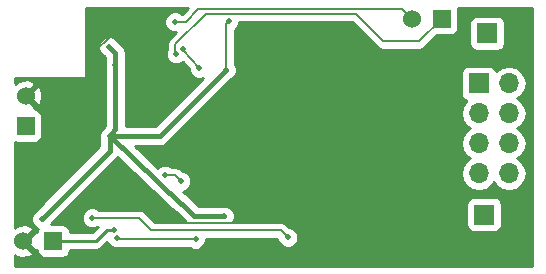
<source format=gbl>
G04 #@! TF.FileFunction,Copper,L2,Bot,Signal*
%FSLAX46Y46*%
G04 Gerber Fmt 4.6, Leading zero omitted, Abs format (unit mm)*
G04 Created by KiCad (PCBNEW 4.0.6) date 09/14/17 18:40:33*
%MOMM*%
%LPD*%
G01*
G04 APERTURE LIST*
%ADD10C,0.150000*%
%ADD11R,1.524000X1.524000*%
%ADD12C,1.524000*%
%ADD13R,1.700000X1.700000*%
%ADD14O,1.700000X1.700000*%
%ADD15C,0.508000*%
%ADD16C,0.152000*%
%ADD17C,0.229000*%
%ADD18C,0.457200*%
%ADD19C,0.254000*%
G04 APERTURE END LIST*
D10*
D11*
X267535000Y-136150000D03*
D12*
X267535000Y-133610000D03*
D13*
X306600000Y-128300000D03*
D11*
X302760000Y-127060000D03*
D12*
X300220000Y-127060000D03*
D11*
X269880000Y-145900000D03*
D12*
X267340000Y-145900000D03*
D13*
X306340000Y-143650000D03*
X305880000Y-132540000D03*
D14*
X308420000Y-132540000D03*
X305880000Y-135080000D03*
X308420000Y-135080000D03*
X305880000Y-137620000D03*
X308420000Y-137620000D03*
X305880000Y-140160000D03*
X308420000Y-140160000D03*
D15*
X280290000Y-130050000D03*
X280170000Y-127340000D03*
X282930000Y-139290000D03*
X279170000Y-143240000D03*
X267330000Y-139110000D03*
X287750000Y-138800000D03*
X293100000Y-144650000D03*
X292700000Y-134100000D03*
X285950000Y-141650000D03*
X276850000Y-141650000D03*
X273150000Y-130150000D03*
X279110000Y-128530000D03*
X276820000Y-128420000D03*
X268870000Y-144010000D03*
X284730000Y-127260000D03*
X284500000Y-131380000D03*
X284325000Y-143775000D03*
X275120000Y-130980000D03*
X274640000Y-137010000D03*
X274580000Y-129450000D03*
X273157500Y-143912500D03*
X289730000Y-145590000D03*
X280850000Y-129600000D03*
X282230000Y-131270000D03*
X274980000Y-144980000D03*
X281910000Y-145755000D03*
X275235000Y-145630000D03*
X280680000Y-140830000D03*
X279320000Y-140330000D03*
D16*
X300840000Y-128980000D02*
X302760000Y-127060000D01*
X297810000Y-128980000D02*
X300840000Y-128980000D01*
X295470000Y-126640000D02*
X297810000Y-128980000D01*
X282810000Y-126640000D02*
X295470000Y-126640000D01*
X280200000Y-129250000D02*
X282810000Y-126640000D01*
X280200000Y-129960000D02*
X280200000Y-129250000D01*
X280290000Y-130050000D02*
X280200000Y-129960000D01*
X280170000Y-127340000D02*
X281090000Y-127340000D01*
X299430000Y-126270000D02*
X300220000Y-127060000D01*
X282160000Y-126270000D02*
X299430000Y-126270000D01*
X281090000Y-127340000D02*
X282160000Y-126270000D01*
X280170000Y-127340000D02*
X280180000Y-127340000D01*
D17*
X283420000Y-138800000D02*
X287750000Y-138800000D01*
X282930000Y-139290000D02*
X283420000Y-138800000D01*
X278935000Y-143475000D02*
X278935000Y-143735000D01*
X279170000Y-143240000D02*
X278935000Y-143475000D01*
X269450000Y-135525000D02*
X267535000Y-133610000D01*
X269450000Y-136990000D02*
X269450000Y-135525000D01*
X267330000Y-139110000D02*
X269450000Y-136990000D01*
D16*
X287650000Y-141650000D02*
X288875000Y-140425000D01*
X287750000Y-138800000D02*
X287750000Y-139300000D01*
X287750000Y-139300000D02*
X288875000Y-140425000D01*
X288875000Y-140425000D02*
X293100000Y-144650000D01*
X293100000Y-144650000D02*
X290350000Y-144650000D01*
X290060000Y-144360000D02*
X279560000Y-144360000D01*
X279560000Y-144360000D02*
X278935000Y-143735000D01*
X290350000Y-144650000D02*
X290060000Y-144360000D01*
X285950000Y-141650000D02*
X287650000Y-141650000D01*
X278935000Y-143735000D02*
X276850000Y-141650000D01*
X273150000Y-130150000D02*
X273150000Y-130090000D01*
X274820000Y-128420000D02*
X276820000Y-128420000D01*
X273150000Y-130090000D02*
X274820000Y-128420000D01*
X276810000Y-128430000D02*
X276800000Y-128430000D01*
X276820000Y-128420000D02*
X276810000Y-128430000D01*
D18*
X274640000Y-138240000D02*
X274640000Y-137010000D01*
X268870000Y-144010000D02*
X274640000Y-138240000D01*
X274640000Y-137010000D02*
X278870000Y-137010000D01*
X278870000Y-137010000D02*
X284500000Y-131380000D01*
D16*
X284500000Y-127490000D02*
X284730000Y-127260000D01*
X284500000Y-127490000D02*
X284500000Y-131380000D01*
D18*
X281800000Y-143775000D02*
X284325000Y-143775000D01*
X280750000Y-142725000D02*
X280715000Y-142725000D01*
X281800000Y-143775000D02*
X280750000Y-142725000D01*
X280715000Y-142725000D02*
X274640000Y-137010000D01*
X275120000Y-130980000D02*
X275120000Y-136450000D01*
X275120000Y-136450000D02*
X274640000Y-137010000D01*
X275120000Y-129990000D02*
X275120000Y-130980000D01*
X274580000Y-129450000D02*
X275120000Y-129990000D01*
D16*
X289140000Y-145000000D02*
X289730000Y-145590000D01*
X278180000Y-145000000D02*
X289140000Y-145000000D01*
X277130000Y-143950000D02*
X278180000Y-145000000D01*
X273195000Y-143950000D02*
X277130000Y-143950000D01*
X273157500Y-143912500D02*
X273195000Y-143950000D01*
X280850000Y-129690000D02*
X280850000Y-129600000D01*
X282230000Y-131270000D02*
X280850000Y-129690000D01*
D17*
X269880000Y-145900000D02*
X273460000Y-145900000D01*
X274380000Y-144980000D02*
X274980000Y-144980000D01*
X273460000Y-145900000D02*
X274380000Y-144980000D01*
D16*
X275360000Y-145755000D02*
X281910000Y-145755000D01*
X275235000Y-145630000D02*
X275360000Y-145755000D01*
X280680000Y-140830000D02*
X280180000Y-140330000D01*
X280180000Y-140330000D02*
X279320000Y-140330000D01*
D19*
G36*
X280795494Y-126629000D02*
X280716380Y-126629000D01*
X280674236Y-126586782D01*
X280347609Y-126451154D01*
X279993943Y-126450846D01*
X279667080Y-126585903D01*
X279416782Y-126835764D01*
X279281154Y-127162391D01*
X279280846Y-127516057D01*
X279415903Y-127842920D01*
X279665764Y-128093218D01*
X279992391Y-128228846D01*
X280215454Y-128229040D01*
X279697247Y-128747247D01*
X279543122Y-128977912D01*
X279489000Y-129250000D01*
X279489000Y-129660835D01*
X279401154Y-129872391D01*
X279400846Y-130226057D01*
X279535903Y-130552920D01*
X279785764Y-130803218D01*
X280112391Y-130938846D01*
X280466057Y-130939154D01*
X280792920Y-130804097D01*
X280838937Y-130758161D01*
X281340945Y-131332923D01*
X281340846Y-131446057D01*
X281475903Y-131772920D01*
X281725764Y-132023218D01*
X282052391Y-132158846D01*
X282406057Y-132159154D01*
X282565350Y-132093336D01*
X278512286Y-136146400D01*
X275983600Y-136146400D01*
X275983600Y-131218408D01*
X276008846Y-131157609D01*
X276009154Y-130803943D01*
X275983600Y-130742098D01*
X275983600Y-129990000D01*
X275917862Y-129659515D01*
X275917862Y-129659514D01*
X275730657Y-129379342D01*
X275359236Y-129007922D01*
X275334097Y-128947080D01*
X275084236Y-128696782D01*
X274757609Y-128561154D01*
X274403943Y-128560846D01*
X274077080Y-128695903D01*
X273826782Y-128945764D01*
X273691154Y-129272391D01*
X273690846Y-129626057D01*
X273825903Y-129952920D01*
X274075764Y-130203218D01*
X274137566Y-130228881D01*
X274256400Y-130347715D01*
X274256400Y-130741592D01*
X274231154Y-130802391D01*
X274230846Y-131156057D01*
X274256400Y-131217902D01*
X274256400Y-136130533D01*
X274155445Y-136248315D01*
X274137080Y-136255903D01*
X273886782Y-136505764D01*
X273751154Y-136832391D01*
X273750846Y-137186057D01*
X273776400Y-137247902D01*
X273776400Y-137882285D01*
X268427923Y-143230763D01*
X268367080Y-143255903D01*
X268116782Y-143505764D01*
X267981154Y-143832391D01*
X267980846Y-144186057D01*
X268115903Y-144512920D01*
X268365764Y-144763218D01*
X268552544Y-144840776D01*
X268521569Y-144886110D01*
X268470560Y-145138000D01*
X268470560Y-145142516D01*
X268320213Y-145099392D01*
X267519605Y-145900000D01*
X268320213Y-146700608D01*
X268470560Y-146657484D01*
X268470560Y-146662000D01*
X268514838Y-146897317D01*
X268653910Y-147113441D01*
X268866110Y-147258431D01*
X269118000Y-147309440D01*
X270642000Y-147309440D01*
X270877317Y-147265162D01*
X271093441Y-147126090D01*
X271238431Y-146913890D01*
X271289440Y-146662000D01*
X271289440Y-146649500D01*
X273459995Y-146649500D01*
X273460000Y-146649501D01*
X273746822Y-146592448D01*
X273989977Y-146429977D01*
X274424219Y-145995734D01*
X274480903Y-146132920D01*
X274730764Y-146383218D01*
X275057391Y-146518846D01*
X275411057Y-146519154D01*
X275539700Y-146466000D01*
X281363620Y-146466000D01*
X281405764Y-146508218D01*
X281732391Y-146643846D01*
X282086057Y-146644154D01*
X282412920Y-146509097D01*
X282663218Y-146259236D01*
X282798846Y-145932609D01*
X282799039Y-145711000D01*
X288840894Y-145711000D01*
X288840846Y-145766057D01*
X288975903Y-146092920D01*
X289225764Y-146343218D01*
X289552391Y-146478846D01*
X289906057Y-146479154D01*
X290232920Y-146344097D01*
X290483218Y-146094236D01*
X290618846Y-145767609D01*
X290619154Y-145413943D01*
X290484097Y-145087080D01*
X290234236Y-144836782D01*
X289907609Y-144701154D01*
X289846607Y-144701101D01*
X289642753Y-144497247D01*
X289412088Y-144343122D01*
X289140000Y-144289000D01*
X285068437Y-144289000D01*
X285078218Y-144279236D01*
X285213846Y-143952609D01*
X285214154Y-143598943D01*
X285079097Y-143272080D01*
X284829236Y-143021782D01*
X284502609Y-142886154D01*
X284148943Y-142885846D01*
X284087098Y-142911400D01*
X282157715Y-142911400D01*
X282046315Y-142800000D01*
X304842560Y-142800000D01*
X304842560Y-144500000D01*
X304886838Y-144735317D01*
X305025910Y-144951441D01*
X305238110Y-145096431D01*
X305490000Y-145147440D01*
X307190000Y-145147440D01*
X307425317Y-145103162D01*
X307641441Y-144964090D01*
X307786431Y-144751890D01*
X307837440Y-144500000D01*
X307837440Y-142800000D01*
X307793162Y-142564683D01*
X307654090Y-142348559D01*
X307441890Y-142203569D01*
X307190000Y-142152560D01*
X305490000Y-142152560D01*
X305254683Y-142196838D01*
X305038559Y-142335910D01*
X304893569Y-142548110D01*
X304842560Y-142800000D01*
X282046315Y-142800000D01*
X281360657Y-142114343D01*
X281241885Y-142034982D01*
X280890871Y-141704769D01*
X281182920Y-141584097D01*
X281433218Y-141334236D01*
X281568846Y-141007609D01*
X281569154Y-140653943D01*
X281434097Y-140327080D01*
X281184236Y-140076782D01*
X280857609Y-139941154D01*
X280796607Y-139941101D01*
X280682753Y-139827247D01*
X280452088Y-139673122D01*
X280180000Y-139619000D01*
X279866380Y-139619000D01*
X279824236Y-139576782D01*
X279497609Y-139441154D01*
X279143943Y-139440846D01*
X278817080Y-139575903D01*
X278725297Y-139667525D01*
X276818369Y-137873600D01*
X278870000Y-137873600D01*
X279200485Y-137807862D01*
X279480657Y-137620657D01*
X282021314Y-135080000D01*
X304365907Y-135080000D01*
X304478946Y-135648285D01*
X304800853Y-136130054D01*
X305130026Y-136350000D01*
X304800853Y-136569946D01*
X304478946Y-137051715D01*
X304365907Y-137620000D01*
X304478946Y-138188285D01*
X304800853Y-138670054D01*
X305130026Y-138890000D01*
X304800853Y-139109946D01*
X304478946Y-139591715D01*
X304365907Y-140160000D01*
X304478946Y-140728285D01*
X304800853Y-141210054D01*
X305282622Y-141531961D01*
X305850907Y-141645000D01*
X305909093Y-141645000D01*
X306477378Y-141531961D01*
X306959147Y-141210054D01*
X307150000Y-140924422D01*
X307340853Y-141210054D01*
X307822622Y-141531961D01*
X308390907Y-141645000D01*
X308449093Y-141645000D01*
X309017378Y-141531961D01*
X309499147Y-141210054D01*
X309821054Y-140728285D01*
X309934093Y-140160000D01*
X309821054Y-139591715D01*
X309499147Y-139109946D01*
X309169974Y-138890000D01*
X309499147Y-138670054D01*
X309821054Y-138188285D01*
X309934093Y-137620000D01*
X309821054Y-137051715D01*
X309499147Y-136569946D01*
X309169974Y-136350000D01*
X309499147Y-136130054D01*
X309821054Y-135648285D01*
X309934093Y-135080000D01*
X309821054Y-134511715D01*
X309499147Y-134029946D01*
X309169974Y-133810000D01*
X309499147Y-133590054D01*
X309821054Y-133108285D01*
X309934093Y-132540000D01*
X309821054Y-131971715D01*
X309499147Y-131489946D01*
X309017378Y-131168039D01*
X308449093Y-131055000D01*
X308390907Y-131055000D01*
X307822622Y-131168039D01*
X307340853Y-131489946D01*
X307340029Y-131491179D01*
X307333162Y-131454683D01*
X307194090Y-131238559D01*
X306981890Y-131093569D01*
X306730000Y-131042560D01*
X305030000Y-131042560D01*
X304794683Y-131086838D01*
X304578559Y-131225910D01*
X304433569Y-131438110D01*
X304382560Y-131690000D01*
X304382560Y-133390000D01*
X304426838Y-133625317D01*
X304565910Y-133841441D01*
X304778110Y-133986431D01*
X304845541Y-134000086D01*
X304800853Y-134029946D01*
X304478946Y-134511715D01*
X304365907Y-135080000D01*
X282021314Y-135080000D01*
X284942079Y-132159236D01*
X285002920Y-132134097D01*
X285253218Y-131884236D01*
X285388846Y-131557609D01*
X285389154Y-131203943D01*
X285254097Y-130877080D01*
X285211000Y-130833908D01*
X285211000Y-128023154D01*
X285232920Y-128014097D01*
X285483218Y-127764236D01*
X285618846Y-127437609D01*
X285618921Y-127351000D01*
X295175494Y-127351000D01*
X297307247Y-129482753D01*
X297537912Y-129636878D01*
X297810000Y-129691000D01*
X300840000Y-129691000D01*
X301112088Y-129636878D01*
X301342753Y-129482753D01*
X302356066Y-128469440D01*
X303522000Y-128469440D01*
X303757317Y-128425162D01*
X303973441Y-128286090D01*
X304118431Y-128073890D01*
X304169440Y-127822000D01*
X304169440Y-127450000D01*
X305102560Y-127450000D01*
X305102560Y-129150000D01*
X305146838Y-129385317D01*
X305285910Y-129601441D01*
X305498110Y-129746431D01*
X305750000Y-129797440D01*
X307450000Y-129797440D01*
X307685317Y-129753162D01*
X307901441Y-129614090D01*
X308046431Y-129401890D01*
X308097440Y-129150000D01*
X308097440Y-127450000D01*
X308053162Y-127214683D01*
X307914090Y-126998559D01*
X307701890Y-126853569D01*
X307450000Y-126802560D01*
X305750000Y-126802560D01*
X305514683Y-126846838D01*
X305298559Y-126985910D01*
X305153569Y-127198110D01*
X305102560Y-127450000D01*
X304169440Y-127450000D01*
X304169440Y-126298000D01*
X304148178Y-126185000D01*
X310395000Y-126185000D01*
X310395000Y-148005000D01*
X266585000Y-148005000D01*
X266585000Y-147039222D01*
X266608857Y-147122397D01*
X267132302Y-147309144D01*
X267687368Y-147281362D01*
X268071143Y-147122397D01*
X268140608Y-146880213D01*
X267340000Y-146079605D01*
X267325858Y-146093748D01*
X267146253Y-145914143D01*
X267160395Y-145900000D01*
X267146253Y-145885858D01*
X267325858Y-145706253D01*
X267340000Y-145720395D01*
X268140608Y-144919787D01*
X268071143Y-144677603D01*
X267547698Y-144490856D01*
X266992632Y-144518638D01*
X266608857Y-144677603D01*
X266585000Y-144760778D01*
X266585000Y-137521369D01*
X266773000Y-137559440D01*
X268297000Y-137559440D01*
X268532317Y-137515162D01*
X268748441Y-137376090D01*
X268893431Y-137163890D01*
X268944440Y-136912000D01*
X268944440Y-135388000D01*
X268900162Y-135152683D01*
X268761090Y-134936559D01*
X268548890Y-134791569D01*
X268297000Y-134740560D01*
X268292484Y-134740560D01*
X268335608Y-134590213D01*
X267535000Y-133789605D01*
X267520858Y-133803748D01*
X267341253Y-133624143D01*
X267355395Y-133610000D01*
X267714605Y-133610000D01*
X268515213Y-134410608D01*
X268757397Y-134341143D01*
X268944144Y-133817698D01*
X268916362Y-133262632D01*
X268757397Y-132878857D01*
X268515213Y-132809392D01*
X267714605Y-133610000D01*
X267355395Y-133610000D01*
X267341253Y-133595858D01*
X267520858Y-133416253D01*
X267535000Y-133430395D01*
X268335608Y-132629787D01*
X268266143Y-132387603D01*
X267742698Y-132200856D01*
X267187632Y-132228638D01*
X266803857Y-132387603D01*
X266734393Y-132629785D01*
X266619382Y-132514774D01*
X266585000Y-132549156D01*
X266585000Y-132127000D01*
X272550000Y-132127000D01*
X272599410Y-132116994D01*
X272641035Y-132088553D01*
X272668315Y-132046159D01*
X272677000Y-132000000D01*
X272677000Y-126185000D01*
X281239494Y-126185000D01*
X280795494Y-126629000D01*
X280795494Y-126629000D01*
G37*
X280795494Y-126629000D02*
X280716380Y-126629000D01*
X280674236Y-126586782D01*
X280347609Y-126451154D01*
X279993943Y-126450846D01*
X279667080Y-126585903D01*
X279416782Y-126835764D01*
X279281154Y-127162391D01*
X279280846Y-127516057D01*
X279415903Y-127842920D01*
X279665764Y-128093218D01*
X279992391Y-128228846D01*
X280215454Y-128229040D01*
X279697247Y-128747247D01*
X279543122Y-128977912D01*
X279489000Y-129250000D01*
X279489000Y-129660835D01*
X279401154Y-129872391D01*
X279400846Y-130226057D01*
X279535903Y-130552920D01*
X279785764Y-130803218D01*
X280112391Y-130938846D01*
X280466057Y-130939154D01*
X280792920Y-130804097D01*
X280838937Y-130758161D01*
X281340945Y-131332923D01*
X281340846Y-131446057D01*
X281475903Y-131772920D01*
X281725764Y-132023218D01*
X282052391Y-132158846D01*
X282406057Y-132159154D01*
X282565350Y-132093336D01*
X278512286Y-136146400D01*
X275983600Y-136146400D01*
X275983600Y-131218408D01*
X276008846Y-131157609D01*
X276009154Y-130803943D01*
X275983600Y-130742098D01*
X275983600Y-129990000D01*
X275917862Y-129659515D01*
X275917862Y-129659514D01*
X275730657Y-129379342D01*
X275359236Y-129007922D01*
X275334097Y-128947080D01*
X275084236Y-128696782D01*
X274757609Y-128561154D01*
X274403943Y-128560846D01*
X274077080Y-128695903D01*
X273826782Y-128945764D01*
X273691154Y-129272391D01*
X273690846Y-129626057D01*
X273825903Y-129952920D01*
X274075764Y-130203218D01*
X274137566Y-130228881D01*
X274256400Y-130347715D01*
X274256400Y-130741592D01*
X274231154Y-130802391D01*
X274230846Y-131156057D01*
X274256400Y-131217902D01*
X274256400Y-136130533D01*
X274155445Y-136248315D01*
X274137080Y-136255903D01*
X273886782Y-136505764D01*
X273751154Y-136832391D01*
X273750846Y-137186057D01*
X273776400Y-137247902D01*
X273776400Y-137882285D01*
X268427923Y-143230763D01*
X268367080Y-143255903D01*
X268116782Y-143505764D01*
X267981154Y-143832391D01*
X267980846Y-144186057D01*
X268115903Y-144512920D01*
X268365764Y-144763218D01*
X268552544Y-144840776D01*
X268521569Y-144886110D01*
X268470560Y-145138000D01*
X268470560Y-145142516D01*
X268320213Y-145099392D01*
X267519605Y-145900000D01*
X268320213Y-146700608D01*
X268470560Y-146657484D01*
X268470560Y-146662000D01*
X268514838Y-146897317D01*
X268653910Y-147113441D01*
X268866110Y-147258431D01*
X269118000Y-147309440D01*
X270642000Y-147309440D01*
X270877317Y-147265162D01*
X271093441Y-147126090D01*
X271238431Y-146913890D01*
X271289440Y-146662000D01*
X271289440Y-146649500D01*
X273459995Y-146649500D01*
X273460000Y-146649501D01*
X273746822Y-146592448D01*
X273989977Y-146429977D01*
X274424219Y-145995734D01*
X274480903Y-146132920D01*
X274730764Y-146383218D01*
X275057391Y-146518846D01*
X275411057Y-146519154D01*
X275539700Y-146466000D01*
X281363620Y-146466000D01*
X281405764Y-146508218D01*
X281732391Y-146643846D01*
X282086057Y-146644154D01*
X282412920Y-146509097D01*
X282663218Y-146259236D01*
X282798846Y-145932609D01*
X282799039Y-145711000D01*
X288840894Y-145711000D01*
X288840846Y-145766057D01*
X288975903Y-146092920D01*
X289225764Y-146343218D01*
X289552391Y-146478846D01*
X289906057Y-146479154D01*
X290232920Y-146344097D01*
X290483218Y-146094236D01*
X290618846Y-145767609D01*
X290619154Y-145413943D01*
X290484097Y-145087080D01*
X290234236Y-144836782D01*
X289907609Y-144701154D01*
X289846607Y-144701101D01*
X289642753Y-144497247D01*
X289412088Y-144343122D01*
X289140000Y-144289000D01*
X285068437Y-144289000D01*
X285078218Y-144279236D01*
X285213846Y-143952609D01*
X285214154Y-143598943D01*
X285079097Y-143272080D01*
X284829236Y-143021782D01*
X284502609Y-142886154D01*
X284148943Y-142885846D01*
X284087098Y-142911400D01*
X282157715Y-142911400D01*
X282046315Y-142800000D01*
X304842560Y-142800000D01*
X304842560Y-144500000D01*
X304886838Y-144735317D01*
X305025910Y-144951441D01*
X305238110Y-145096431D01*
X305490000Y-145147440D01*
X307190000Y-145147440D01*
X307425317Y-145103162D01*
X307641441Y-144964090D01*
X307786431Y-144751890D01*
X307837440Y-144500000D01*
X307837440Y-142800000D01*
X307793162Y-142564683D01*
X307654090Y-142348559D01*
X307441890Y-142203569D01*
X307190000Y-142152560D01*
X305490000Y-142152560D01*
X305254683Y-142196838D01*
X305038559Y-142335910D01*
X304893569Y-142548110D01*
X304842560Y-142800000D01*
X282046315Y-142800000D01*
X281360657Y-142114343D01*
X281241885Y-142034982D01*
X280890871Y-141704769D01*
X281182920Y-141584097D01*
X281433218Y-141334236D01*
X281568846Y-141007609D01*
X281569154Y-140653943D01*
X281434097Y-140327080D01*
X281184236Y-140076782D01*
X280857609Y-139941154D01*
X280796607Y-139941101D01*
X280682753Y-139827247D01*
X280452088Y-139673122D01*
X280180000Y-139619000D01*
X279866380Y-139619000D01*
X279824236Y-139576782D01*
X279497609Y-139441154D01*
X279143943Y-139440846D01*
X278817080Y-139575903D01*
X278725297Y-139667525D01*
X276818369Y-137873600D01*
X278870000Y-137873600D01*
X279200485Y-137807862D01*
X279480657Y-137620657D01*
X282021314Y-135080000D01*
X304365907Y-135080000D01*
X304478946Y-135648285D01*
X304800853Y-136130054D01*
X305130026Y-136350000D01*
X304800853Y-136569946D01*
X304478946Y-137051715D01*
X304365907Y-137620000D01*
X304478946Y-138188285D01*
X304800853Y-138670054D01*
X305130026Y-138890000D01*
X304800853Y-139109946D01*
X304478946Y-139591715D01*
X304365907Y-140160000D01*
X304478946Y-140728285D01*
X304800853Y-141210054D01*
X305282622Y-141531961D01*
X305850907Y-141645000D01*
X305909093Y-141645000D01*
X306477378Y-141531961D01*
X306959147Y-141210054D01*
X307150000Y-140924422D01*
X307340853Y-141210054D01*
X307822622Y-141531961D01*
X308390907Y-141645000D01*
X308449093Y-141645000D01*
X309017378Y-141531961D01*
X309499147Y-141210054D01*
X309821054Y-140728285D01*
X309934093Y-140160000D01*
X309821054Y-139591715D01*
X309499147Y-139109946D01*
X309169974Y-138890000D01*
X309499147Y-138670054D01*
X309821054Y-138188285D01*
X309934093Y-137620000D01*
X309821054Y-137051715D01*
X309499147Y-136569946D01*
X309169974Y-136350000D01*
X309499147Y-136130054D01*
X309821054Y-135648285D01*
X309934093Y-135080000D01*
X309821054Y-134511715D01*
X309499147Y-134029946D01*
X309169974Y-133810000D01*
X309499147Y-133590054D01*
X309821054Y-133108285D01*
X309934093Y-132540000D01*
X309821054Y-131971715D01*
X309499147Y-131489946D01*
X309017378Y-131168039D01*
X308449093Y-131055000D01*
X308390907Y-131055000D01*
X307822622Y-131168039D01*
X307340853Y-131489946D01*
X307340029Y-131491179D01*
X307333162Y-131454683D01*
X307194090Y-131238559D01*
X306981890Y-131093569D01*
X306730000Y-131042560D01*
X305030000Y-131042560D01*
X304794683Y-131086838D01*
X304578559Y-131225910D01*
X304433569Y-131438110D01*
X304382560Y-131690000D01*
X304382560Y-133390000D01*
X304426838Y-133625317D01*
X304565910Y-133841441D01*
X304778110Y-133986431D01*
X304845541Y-134000086D01*
X304800853Y-134029946D01*
X304478946Y-134511715D01*
X304365907Y-135080000D01*
X282021314Y-135080000D01*
X284942079Y-132159236D01*
X285002920Y-132134097D01*
X285253218Y-131884236D01*
X285388846Y-131557609D01*
X285389154Y-131203943D01*
X285254097Y-130877080D01*
X285211000Y-130833908D01*
X285211000Y-128023154D01*
X285232920Y-128014097D01*
X285483218Y-127764236D01*
X285618846Y-127437609D01*
X285618921Y-127351000D01*
X295175494Y-127351000D01*
X297307247Y-129482753D01*
X297537912Y-129636878D01*
X297810000Y-129691000D01*
X300840000Y-129691000D01*
X301112088Y-129636878D01*
X301342753Y-129482753D01*
X302356066Y-128469440D01*
X303522000Y-128469440D01*
X303757317Y-128425162D01*
X303973441Y-128286090D01*
X304118431Y-128073890D01*
X304169440Y-127822000D01*
X304169440Y-127450000D01*
X305102560Y-127450000D01*
X305102560Y-129150000D01*
X305146838Y-129385317D01*
X305285910Y-129601441D01*
X305498110Y-129746431D01*
X305750000Y-129797440D01*
X307450000Y-129797440D01*
X307685317Y-129753162D01*
X307901441Y-129614090D01*
X308046431Y-129401890D01*
X308097440Y-129150000D01*
X308097440Y-127450000D01*
X308053162Y-127214683D01*
X307914090Y-126998559D01*
X307701890Y-126853569D01*
X307450000Y-126802560D01*
X305750000Y-126802560D01*
X305514683Y-126846838D01*
X305298559Y-126985910D01*
X305153569Y-127198110D01*
X305102560Y-127450000D01*
X304169440Y-127450000D01*
X304169440Y-126298000D01*
X304148178Y-126185000D01*
X310395000Y-126185000D01*
X310395000Y-148005000D01*
X266585000Y-148005000D01*
X266585000Y-147039222D01*
X266608857Y-147122397D01*
X267132302Y-147309144D01*
X267687368Y-147281362D01*
X268071143Y-147122397D01*
X268140608Y-146880213D01*
X267340000Y-146079605D01*
X267325858Y-146093748D01*
X267146253Y-145914143D01*
X267160395Y-145900000D01*
X267146253Y-145885858D01*
X267325858Y-145706253D01*
X267340000Y-145720395D01*
X268140608Y-144919787D01*
X268071143Y-144677603D01*
X267547698Y-144490856D01*
X266992632Y-144518638D01*
X266608857Y-144677603D01*
X266585000Y-144760778D01*
X266585000Y-137521369D01*
X266773000Y-137559440D01*
X268297000Y-137559440D01*
X268532317Y-137515162D01*
X268748441Y-137376090D01*
X268893431Y-137163890D01*
X268944440Y-136912000D01*
X268944440Y-135388000D01*
X268900162Y-135152683D01*
X268761090Y-134936559D01*
X268548890Y-134791569D01*
X268297000Y-134740560D01*
X268292484Y-134740560D01*
X268335608Y-134590213D01*
X267535000Y-133789605D01*
X267520858Y-133803748D01*
X267341253Y-133624143D01*
X267355395Y-133610000D01*
X267714605Y-133610000D01*
X268515213Y-134410608D01*
X268757397Y-134341143D01*
X268944144Y-133817698D01*
X268916362Y-133262632D01*
X268757397Y-132878857D01*
X268515213Y-132809392D01*
X267714605Y-133610000D01*
X267355395Y-133610000D01*
X267341253Y-133595858D01*
X267520858Y-133416253D01*
X267535000Y-133430395D01*
X268335608Y-132629787D01*
X268266143Y-132387603D01*
X267742698Y-132200856D01*
X267187632Y-132228638D01*
X266803857Y-132387603D01*
X266734393Y-132629785D01*
X266619382Y-132514774D01*
X266585000Y-132549156D01*
X266585000Y-132127000D01*
X272550000Y-132127000D01*
X272599410Y-132116994D01*
X272641035Y-132088553D01*
X272668315Y-132046159D01*
X272677000Y-132000000D01*
X272677000Y-126185000D01*
X281239494Y-126185000D01*
X280795494Y-126629000D01*
G36*
X280123264Y-143354010D02*
X280215056Y-143411370D01*
X281092685Y-144289000D01*
X278474506Y-144289000D01*
X277632753Y-143447247D01*
X277402088Y-143293122D01*
X277130000Y-143239000D01*
X273741315Y-143239000D01*
X273661736Y-143159282D01*
X273335109Y-143023654D01*
X272981443Y-143023346D01*
X272654580Y-143158403D01*
X272404282Y-143408264D01*
X272268654Y-143734891D01*
X272268346Y-144088557D01*
X272403403Y-144415420D01*
X272653264Y-144665718D01*
X272979891Y-144801346D01*
X273333557Y-144801654D01*
X273614459Y-144685588D01*
X273149546Y-145150500D01*
X271289440Y-145150500D01*
X271289440Y-145138000D01*
X271245162Y-144902683D01*
X271106090Y-144686559D01*
X270893890Y-144541569D01*
X270642000Y-144490560D01*
X269633049Y-144490560D01*
X269648881Y-144452433D01*
X275250657Y-138850658D01*
X275283688Y-138801224D01*
X280123264Y-143354010D01*
X280123264Y-143354010D01*
G37*
X280123264Y-143354010D02*
X280215056Y-143411370D01*
X281092685Y-144289000D01*
X278474506Y-144289000D01*
X277632753Y-143447247D01*
X277402088Y-143293122D01*
X277130000Y-143239000D01*
X273741315Y-143239000D01*
X273661736Y-143159282D01*
X273335109Y-143023654D01*
X272981443Y-143023346D01*
X272654580Y-143158403D01*
X272404282Y-143408264D01*
X272268654Y-143734891D01*
X272268346Y-144088557D01*
X272403403Y-144415420D01*
X272653264Y-144665718D01*
X272979891Y-144801346D01*
X273333557Y-144801654D01*
X273614459Y-144685588D01*
X273149546Y-145150500D01*
X271289440Y-145150500D01*
X271289440Y-145138000D01*
X271245162Y-144902683D01*
X271106090Y-144686559D01*
X270893890Y-144541569D01*
X270642000Y-144490560D01*
X269633049Y-144490560D01*
X269648881Y-144452433D01*
X275250657Y-138850658D01*
X275283688Y-138801224D01*
X280123264Y-143354010D01*
M02*

</source>
